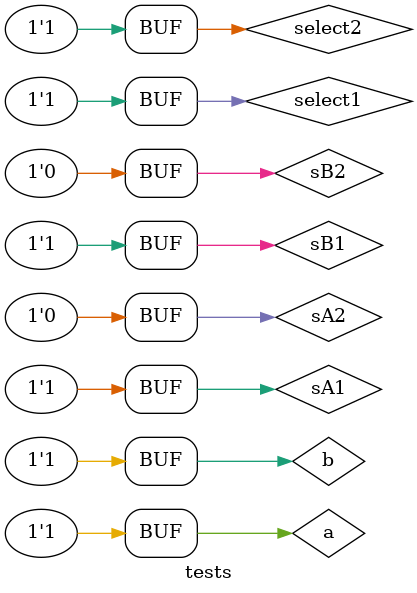
<source format=v>
module mux ( output s,
             input a,
             input b,
             input select );
    // definir dados locais
    wire not_select;
    wire sa;
    wire sb;
    // descrever por portas
    not NOT1 ( not_select, select );
    and AND1 ( sa, a, not_select );
    and AND2 ( sb, b, select );
    or OR1 ( s , sa, sb );
endmodule // mux
module tests;
// ------------------------- definir dados
    reg a, b, select1, select2;
    wire sA1, sA2, sA, sB1, sB2, sB, s;
    // saidas independentes
    and AND ( sA1, a, b ); 
    nand NAND ( sA2, a, b );
    or OR ( sB1, a, b ); 
    nor NOR ( sB2, a, b );
    // saidas selecionaveis
    mux MUX1 ( sA, sA1, sA2, select1 );
    mux MUX2 ( sB, sB1, sB2, select1 );
    mux MUX3 ( s, sA, sB, select2 );
// ------------------------- parte principal
    initial
    begin : main
        $display("Exemplo_0703");
        $display("Test LU's module");
        $display("a b sel1 sel2 s");

           a = 1'b0; b = 1'b0; select1 = 1'b0; select2 = 1'b0;
        // projetar testes do modulo
        #1 $monitor("%b %b %3b %3b %3b", a, b, select1, select2, s);
        #1           b = 1'b1;
        #1 a = 1'b1; b = 1'b0;
        #1           b = 1'b1;

        #1 a = 1'b0; b = 1'b0; select1 = 1'b1;
        #1           b = 1'b1;
        #1 a = 1'b1; b = 1'b0;
        #1           b = 1'b1;

        #1 a = 1'b0; b = 1'b0; select1 = 1'b0; select2 = 1'b1;
        #1           b = 1'b1;
        #1 a = 1'b1; b = 1'b0;
        #1           b = 1'b1;

        #1 a = 1'b0; b = 1'b0; select1 = 1'b1;
        #1           b = 1'b1;
        #1 a = 1'b1; b = 1'b0;
        #1           b = 1'b1;
    end
endmodule // tests
</source>
